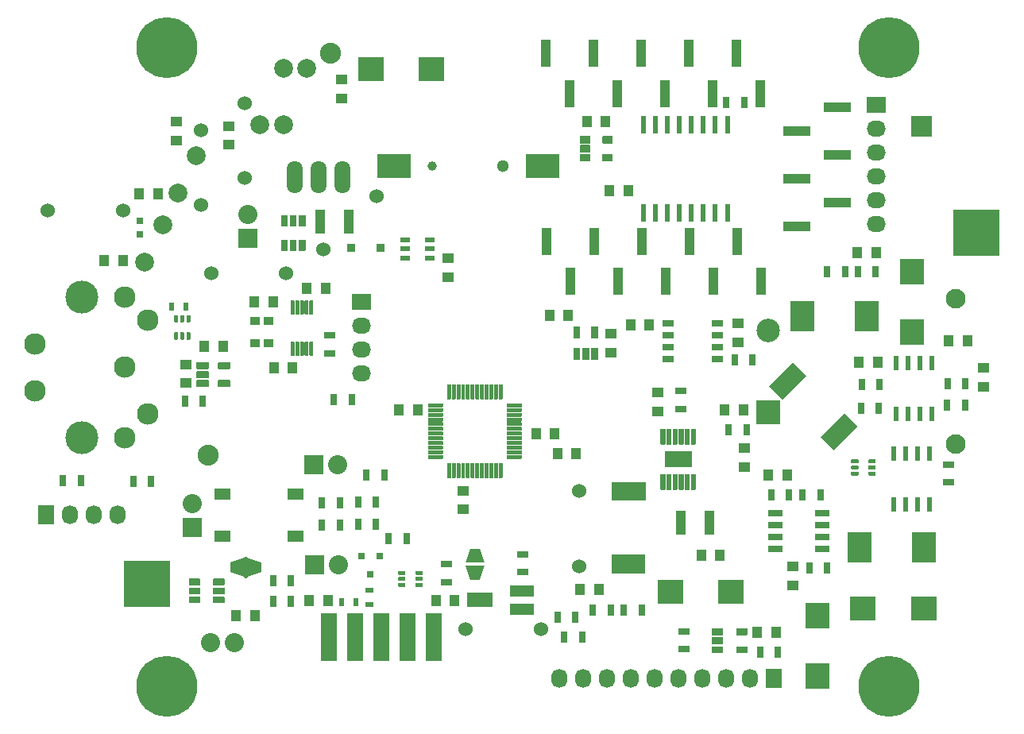
<source format=gts>
G04 #@! TF.GenerationSoftware,KiCad,Pcbnew,(5.1.9-0-10_14)*
G04 #@! TF.CreationDate,2022-03-28T09:33:05-04:00*
G04 #@! TF.ProjectId,FlexFox80,466c6578-466f-4783-9830-2e6b69636164,1.10*
G04 #@! TF.SameCoordinates,Original*
G04 #@! TF.FileFunction,Soldermask,Top*
G04 #@! TF.FilePolarity,Negative*
%FSLAX46Y46*%
G04 Gerber Fmt 4.6, Leading zero omitted, Abs format (unit mm)*
G04 Created by KiCad (PCBNEW (5.1.9-0-10_14)) date 2022-03-28 09:33:05*
%MOMM*%
%LPD*%
G01*
G04 APERTURE LIST*
%ADD10R,0.700000X1.300000*%
%ADD11C,6.500000*%
%ADD12C,0.400000*%
%ADD13C,1.200000*%
%ADD14R,2.845000X1.651000*%
%ADD15R,5.000000X5.000000*%
%ADD16R,0.530000X1.980000*%
%ADD17R,1.505000X0.802000*%
%ADD18R,2.500000X3.300000*%
%ADD19R,1.100000X0.900000*%
%ADD20R,0.900000X0.950000*%
%ADD21C,1.300000*%
%ADD22C,1.000000*%
%ADD23R,3.540000X2.600000*%
%ADD24R,3.660000X2.600000*%
%ADD25R,0.600000X1.550000*%
%ADD26R,1.000000X3.000000*%
%ADD27R,3.000000X1.000000*%
%ADD28C,2.500000*%
%ADD29R,2.500000X2.500000*%
%ADD30C,2.100000*%
%ADD31C,0.100000*%
%ADD32R,3.599180X1.998980*%
%ADD33R,0.750000X0.800000*%
%ADD34C,2.000000*%
%ADD35R,2.700000X1.600000*%
%ADD36R,2.500000X1.200000*%
%ADD37C,1.524000*%
%ADD38C,0.600000*%
%ADD39C,2.235200*%
%ADD40O,1.699260X3.500120*%
%ADD41R,2.235200X2.235200*%
%ADD42R,1.000000X2.500000*%
%ADD43R,2.770000X2.550000*%
%ADD44R,1.250000X1.000000*%
%ADD45R,1.000000X1.250000*%
%ADD46R,2.550000X2.770000*%
%ADD47R,0.500000X0.900000*%
%ADD48R,0.900000X0.500000*%
%ADD49C,2.300000*%
%ADD50C,3.500000*%
%ADD51R,1.778000X5.080000*%
%ADD52R,0.800100X0.800100*%
%ADD53R,1.300000X0.700000*%
%ADD54R,1.750000X1.300000*%
%ADD55R,2.032000X1.727200*%
%ADD56O,2.032000X1.727200*%
%ADD57R,2.032000X2.032000*%
%ADD58O,2.032000X2.032000*%
%ADD59R,1.727200X2.032000*%
%ADD60O,1.727200X2.032000*%
%ADD61R,1.200000X0.760000*%
%ADD62R,1.100000X0.600000*%
%ADD63C,2.032000*%
%ADD64C,0.254000*%
G04 APERTURE END LIST*
D10*
X51750000Y-86830000D03*
X49850000Y-86830000D03*
X51750000Y-84480000D03*
X49850000Y-84480000D03*
G36*
G01*
X58031180Y-91719620D02*
X58691180Y-91719620D01*
G75*
G02*
X58751180Y-91779620I0J-60000D01*
G01*
X58751180Y-92079620D01*
G75*
G02*
X58691180Y-92139620I-60000J0D01*
G01*
X58031180Y-92139620D01*
G75*
G02*
X57971180Y-92079620I0J60000D01*
G01*
X57971180Y-91779620D01*
G75*
G02*
X58031180Y-91719620I60000J0D01*
G01*
G37*
G36*
G01*
X58031180Y-92370000D02*
X58691180Y-92370000D01*
G75*
G02*
X58751180Y-92430000I0J-60000D01*
G01*
X58751180Y-92730000D01*
G75*
G02*
X58691180Y-92790000I-60000J0D01*
G01*
X58031180Y-92790000D01*
G75*
G02*
X57971180Y-92730000I0J60000D01*
G01*
X57971180Y-92430000D01*
G75*
G02*
X58031180Y-92370000I60000J0D01*
G01*
G37*
G36*
G01*
X58031180Y-93020380D02*
X58691180Y-93020380D01*
G75*
G02*
X58751180Y-93080380I0J-60000D01*
G01*
X58751180Y-93380380D01*
G75*
G02*
X58691180Y-93440380I-60000J0D01*
G01*
X58031180Y-93440380D01*
G75*
G02*
X57971180Y-93380380I0J60000D01*
G01*
X57971180Y-93080380D01*
G75*
G02*
X58031180Y-93020380I60000J0D01*
G01*
G37*
G36*
G01*
X59868820Y-93020380D02*
X60528820Y-93020380D01*
G75*
G02*
X60588820Y-93080380I0J-60000D01*
G01*
X60588820Y-93380380D01*
G75*
G02*
X60528820Y-93440380I-60000J0D01*
G01*
X59868820Y-93440380D01*
G75*
G02*
X59808820Y-93380380I0J60000D01*
G01*
X59808820Y-93080380D01*
G75*
G02*
X59868820Y-93020380I60000J0D01*
G01*
G37*
G36*
G01*
X59868820Y-92370000D02*
X60528820Y-92370000D01*
G75*
G02*
X60588820Y-92430000I0J-60000D01*
G01*
X60588820Y-92730000D01*
G75*
G02*
X60528820Y-92790000I-60000J0D01*
G01*
X59868820Y-92790000D01*
G75*
G02*
X59808820Y-92730000I0J60000D01*
G01*
X59808820Y-92430000D01*
G75*
G02*
X59868820Y-92370000I60000J0D01*
G01*
G37*
G36*
G01*
X59868820Y-91719620D02*
X60528820Y-91719620D01*
G75*
G02*
X60588820Y-91779620I0J-60000D01*
G01*
X60588820Y-92079620D01*
G75*
G02*
X60528820Y-92139620I-60000J0D01*
G01*
X59868820Y-92139620D01*
G75*
G02*
X59808820Y-92079620I0J60000D01*
G01*
X59808820Y-91779620D01*
G75*
G02*
X59868820Y-91719620I60000J0D01*
G01*
G37*
G36*
G01*
X34089620Y-67018820D02*
X34089620Y-66358820D01*
G75*
G02*
X34149620Y-66298820I60000J0D01*
G01*
X34449620Y-66298820D01*
G75*
G02*
X34509620Y-66358820I0J-60000D01*
G01*
X34509620Y-67018820D01*
G75*
G02*
X34449620Y-67078820I-60000J0D01*
G01*
X34149620Y-67078820D01*
G75*
G02*
X34089620Y-67018820I0J60000D01*
G01*
G37*
G36*
G01*
X34740000Y-67018820D02*
X34740000Y-66358820D01*
G75*
G02*
X34800000Y-66298820I60000J0D01*
G01*
X35100000Y-66298820D01*
G75*
G02*
X35160000Y-66358820I0J-60000D01*
G01*
X35160000Y-67018820D01*
G75*
G02*
X35100000Y-67078820I-60000J0D01*
G01*
X34800000Y-67078820D01*
G75*
G02*
X34740000Y-67018820I0J60000D01*
G01*
G37*
G36*
G01*
X35390380Y-67018820D02*
X35390380Y-66358820D01*
G75*
G02*
X35450380Y-66298820I60000J0D01*
G01*
X35750380Y-66298820D01*
G75*
G02*
X35810380Y-66358820I0J-60000D01*
G01*
X35810380Y-67018820D01*
G75*
G02*
X35750380Y-67078820I-60000J0D01*
G01*
X35450380Y-67078820D01*
G75*
G02*
X35390380Y-67018820I0J60000D01*
G01*
G37*
G36*
G01*
X35390380Y-65181180D02*
X35390380Y-64521180D01*
G75*
G02*
X35450380Y-64461180I60000J0D01*
G01*
X35750380Y-64461180D01*
G75*
G02*
X35810380Y-64521180I0J-60000D01*
G01*
X35810380Y-65181180D01*
G75*
G02*
X35750380Y-65241180I-60000J0D01*
G01*
X35450380Y-65241180D01*
G75*
G02*
X35390380Y-65181180I0J60000D01*
G01*
G37*
G36*
G01*
X34740000Y-65181180D02*
X34740000Y-64521180D01*
G75*
G02*
X34800000Y-64461180I60000J0D01*
G01*
X35100000Y-64461180D01*
G75*
G02*
X35160000Y-64521180I0J-60000D01*
G01*
X35160000Y-65181180D01*
G75*
G02*
X35100000Y-65241180I-60000J0D01*
G01*
X34800000Y-65241180D01*
G75*
G02*
X34740000Y-65181180I0J60000D01*
G01*
G37*
G36*
G01*
X34089620Y-65181180D02*
X34089620Y-64521180D01*
G75*
G02*
X34149620Y-64461180I60000J0D01*
G01*
X34449620Y-64461180D01*
G75*
G02*
X34509620Y-64521180I0J-60000D01*
G01*
X34509620Y-65181180D01*
G75*
G02*
X34449620Y-65241180I-60000J0D01*
G01*
X34149620Y-65241180D01*
G75*
G02*
X34089620Y-65181180I0J60000D01*
G01*
G37*
D11*
X110300000Y-104000000D03*
X33300000Y-104000000D03*
X33300000Y-36000000D03*
X110300000Y-36000000D03*
D12*
X87110000Y-79270000D03*
X87130000Y-80370000D03*
X86640000Y-79830000D03*
X88950000Y-79830000D03*
X88960000Y-80370000D03*
X88480000Y-80380000D03*
X88950000Y-79270000D03*
D13*
X87800000Y-79820000D03*
D12*
X88470000Y-79280000D03*
X86640000Y-79270000D03*
X86640000Y-80390000D03*
D14*
X87800000Y-79830000D03*
G36*
G01*
X88395000Y-81448000D02*
X88395000Y-83037000D01*
G75*
G02*
X88335000Y-83097000I-60000J0D01*
G01*
X87915000Y-83097000D01*
G75*
G02*
X87855000Y-83037000I0J60000D01*
G01*
X87855000Y-81448000D01*
G75*
G02*
X87915000Y-81388000I60000J0D01*
G01*
X88335000Y-81388000D01*
G75*
G02*
X88395000Y-81448000I0J-60000D01*
G01*
G37*
G36*
G01*
X87745000Y-81448000D02*
X87745000Y-83037000D01*
G75*
G02*
X87685000Y-83097000I-60000J0D01*
G01*
X87265000Y-83097000D01*
G75*
G02*
X87205000Y-83037000I0J60000D01*
G01*
X87205000Y-81448000D01*
G75*
G02*
X87265000Y-81388000I60000J0D01*
G01*
X87685000Y-81388000D01*
G75*
G02*
X87745000Y-81448000I0J-60000D01*
G01*
G37*
G36*
G01*
X87095000Y-81448000D02*
X87095000Y-83037000D01*
G75*
G02*
X87035000Y-83097000I-60000J0D01*
G01*
X86615000Y-83097000D01*
G75*
G02*
X86555000Y-83037000I0J60000D01*
G01*
X86555000Y-81448000D01*
G75*
G02*
X86615000Y-81388000I60000J0D01*
G01*
X87035000Y-81388000D01*
G75*
G02*
X87095000Y-81448000I0J-60000D01*
G01*
G37*
G36*
G01*
X86445000Y-81448000D02*
X86445000Y-83037000D01*
G75*
G02*
X86385000Y-83097000I-60000J0D01*
G01*
X85965000Y-83097000D01*
G75*
G02*
X85905000Y-83037000I0J60000D01*
G01*
X85905000Y-81448000D01*
G75*
G02*
X85965000Y-81388000I60000J0D01*
G01*
X86385000Y-81388000D01*
G75*
G02*
X86445000Y-81448000I0J-60000D01*
G01*
G37*
G36*
G01*
X87745000Y-76623000D02*
X87745000Y-78212000D01*
G75*
G02*
X87685000Y-78272000I-60000J0D01*
G01*
X87265000Y-78272000D01*
G75*
G02*
X87205000Y-78212000I0J60000D01*
G01*
X87205000Y-76623000D01*
G75*
G02*
X87265000Y-76563000I60000J0D01*
G01*
X87685000Y-76563000D01*
G75*
G02*
X87745000Y-76623000I0J-60000D01*
G01*
G37*
G36*
G01*
X88395000Y-76623000D02*
X88395000Y-78212000D01*
G75*
G02*
X88335000Y-78272000I-60000J0D01*
G01*
X87915000Y-78272000D01*
G75*
G02*
X87855000Y-78212000I0J60000D01*
G01*
X87855000Y-76623000D01*
G75*
G02*
X87915000Y-76563000I60000J0D01*
G01*
X88335000Y-76563000D01*
G75*
G02*
X88395000Y-76623000I0J-60000D01*
G01*
G37*
G36*
G01*
X89045000Y-76623000D02*
X89045000Y-78212000D01*
G75*
G02*
X88985000Y-78272000I-60000J0D01*
G01*
X88565000Y-78272000D01*
G75*
G02*
X88505000Y-78212000I0J60000D01*
G01*
X88505000Y-76623000D01*
G75*
G02*
X88565000Y-76563000I60000J0D01*
G01*
X88985000Y-76563000D01*
G75*
G02*
X89045000Y-76623000I0J-60000D01*
G01*
G37*
G36*
G01*
X89695000Y-76623000D02*
X89695000Y-78212000D01*
G75*
G02*
X89635000Y-78272000I-60000J0D01*
G01*
X89215000Y-78272000D01*
G75*
G02*
X89155000Y-78212000I0J60000D01*
G01*
X89155000Y-76623000D01*
G75*
G02*
X89215000Y-76563000I60000J0D01*
G01*
X89635000Y-76563000D01*
G75*
G02*
X89695000Y-76623000I0J-60000D01*
G01*
G37*
G36*
G01*
X89045000Y-81448000D02*
X89045000Y-83037000D01*
G75*
G02*
X88985000Y-83097000I-60000J0D01*
G01*
X88565000Y-83097000D01*
G75*
G02*
X88505000Y-83037000I0J60000D01*
G01*
X88505000Y-81448000D01*
G75*
G02*
X88565000Y-81388000I60000J0D01*
G01*
X88985000Y-81388000D01*
G75*
G02*
X89045000Y-81448000I0J-60000D01*
G01*
G37*
G36*
G01*
X89695000Y-81448000D02*
X89695000Y-83037000D01*
G75*
G02*
X89635000Y-83097000I-60000J0D01*
G01*
X89215000Y-83097000D01*
G75*
G02*
X89155000Y-83037000I0J60000D01*
G01*
X89155000Y-81448000D01*
G75*
G02*
X89215000Y-81388000I60000J0D01*
G01*
X89635000Y-81388000D01*
G75*
G02*
X89695000Y-81448000I0J-60000D01*
G01*
G37*
G36*
G01*
X87095000Y-76623000D02*
X87095000Y-78212000D01*
G75*
G02*
X87035000Y-78272000I-60000J0D01*
G01*
X86615000Y-78272000D01*
G75*
G02*
X86555000Y-78212000I0J60000D01*
G01*
X86555000Y-76623000D01*
G75*
G02*
X86615000Y-76563000I60000J0D01*
G01*
X87035000Y-76563000D01*
G75*
G02*
X87095000Y-76623000I0J-60000D01*
G01*
G37*
G36*
G01*
X86445000Y-76623000D02*
X86445000Y-78212000D01*
G75*
G02*
X86385000Y-78272000I-60000J0D01*
G01*
X85965000Y-78272000D01*
G75*
G02*
X85905000Y-78212000I0J60000D01*
G01*
X85905000Y-76623000D01*
G75*
G02*
X85965000Y-76563000I60000J0D01*
G01*
X86385000Y-76563000D01*
G75*
G02*
X86445000Y-76623000I0J-60000D01*
G01*
G37*
D15*
X119590000Y-55690000D03*
G36*
G01*
X91380000Y-98520000D02*
X91380000Y-97920000D01*
G75*
G02*
X91440000Y-97860000I60000J0D01*
G01*
X92540000Y-97860000D01*
G75*
G02*
X92600000Y-97920000I0J-60000D01*
G01*
X92600000Y-98520000D01*
G75*
G02*
X92540000Y-98580000I-60000J0D01*
G01*
X91440000Y-98580000D01*
G75*
G02*
X91380000Y-98520000I0J60000D01*
G01*
G37*
G36*
G01*
X91380000Y-99470000D02*
X91380000Y-98870000D01*
G75*
G02*
X91440000Y-98810000I60000J0D01*
G01*
X92540000Y-98810000D01*
G75*
G02*
X92600000Y-98870000I0J-60000D01*
G01*
X92600000Y-99470000D01*
G75*
G02*
X92540000Y-99530000I-60000J0D01*
G01*
X91440000Y-99530000D01*
G75*
G02*
X91380000Y-99470000I0J60000D01*
G01*
G37*
G36*
G01*
X91380000Y-100420000D02*
X91380000Y-99820000D01*
G75*
G02*
X91440000Y-99760000I60000J0D01*
G01*
X92540000Y-99760000D01*
G75*
G02*
X92600000Y-99820000I0J-60000D01*
G01*
X92600000Y-100420000D01*
G75*
G02*
X92540000Y-100480000I-60000J0D01*
G01*
X91440000Y-100480000D01*
G75*
G02*
X91380000Y-100420000I0J60000D01*
G01*
G37*
G36*
G01*
X93980000Y-100420000D02*
X93980000Y-99820000D01*
G75*
G02*
X94040000Y-99760000I60000J0D01*
G01*
X95140000Y-99760000D01*
G75*
G02*
X95200000Y-99820000I0J-60000D01*
G01*
X95200000Y-100420000D01*
G75*
G02*
X95140000Y-100480000I-60000J0D01*
G01*
X94040000Y-100480000D01*
G75*
G02*
X93980000Y-100420000I0J60000D01*
G01*
G37*
G36*
G01*
X93980000Y-98520000D02*
X93980000Y-97920000D01*
G75*
G02*
X94040000Y-97860000I60000J0D01*
G01*
X95140000Y-97860000D01*
G75*
G02*
X95200000Y-97920000I0J-60000D01*
G01*
X95200000Y-98520000D01*
G75*
G02*
X95140000Y-98580000I-60000J0D01*
G01*
X94040000Y-98580000D01*
G75*
G02*
X93980000Y-98520000I0J60000D01*
G01*
G37*
D16*
X84095000Y-53545000D03*
X85415000Y-53545000D03*
X86685000Y-53545000D03*
X87955000Y-53545000D03*
X89225000Y-53545000D03*
X90495000Y-53545000D03*
X91765000Y-53545000D03*
X93085000Y-53545000D03*
X93085000Y-44175000D03*
X91765000Y-44175000D03*
X90495000Y-44175000D03*
X89225000Y-44175000D03*
X87955000Y-44175000D03*
X86685000Y-44175000D03*
X85415000Y-44175000D03*
X84095000Y-44175000D03*
D17*
X98192000Y-89375000D03*
X98192000Y-88105000D03*
X98192000Y-86835000D03*
X98192000Y-85565000D03*
X103188000Y-85565000D03*
X103188000Y-86835000D03*
X103188000Y-88105000D03*
X103188000Y-89375000D03*
G36*
G01*
X108800000Y-81570000D02*
X108140000Y-81570000D01*
G75*
G02*
X108080000Y-81510000I0J60000D01*
G01*
X108080000Y-81210000D01*
G75*
G02*
X108140000Y-81150000I60000J0D01*
G01*
X108800000Y-81150000D01*
G75*
G02*
X108860000Y-81210000I0J-60000D01*
G01*
X108860000Y-81510000D01*
G75*
G02*
X108800000Y-81570000I-60000J0D01*
G01*
G37*
G36*
G01*
X108800000Y-80920000D02*
X108140000Y-80920000D01*
G75*
G02*
X108080000Y-80860000I0J60000D01*
G01*
X108080000Y-80560000D01*
G75*
G02*
X108140000Y-80500000I60000J0D01*
G01*
X108800000Y-80500000D01*
G75*
G02*
X108860000Y-80560000I0J-60000D01*
G01*
X108860000Y-80860000D01*
G75*
G02*
X108800000Y-80920000I-60000J0D01*
G01*
G37*
G36*
G01*
X108800000Y-80270000D02*
X108140000Y-80270000D01*
G75*
G02*
X108080000Y-80210000I0J60000D01*
G01*
X108080000Y-79910000D01*
G75*
G02*
X108140000Y-79850000I60000J0D01*
G01*
X108800000Y-79850000D01*
G75*
G02*
X108860000Y-79910000I0J-60000D01*
G01*
X108860000Y-80210000D01*
G75*
G02*
X108800000Y-80270000I-60000J0D01*
G01*
G37*
G36*
G01*
X106960000Y-80270000D02*
X106300000Y-80270000D01*
G75*
G02*
X106240000Y-80210000I0J60000D01*
G01*
X106240000Y-79910000D01*
G75*
G02*
X106300000Y-79850000I60000J0D01*
G01*
X106960000Y-79850000D01*
G75*
G02*
X107020000Y-79910000I0J-60000D01*
G01*
X107020000Y-80210000D01*
G75*
G02*
X106960000Y-80270000I-60000J0D01*
G01*
G37*
G36*
G01*
X106960000Y-80920000D02*
X106300000Y-80920000D01*
G75*
G02*
X106240000Y-80860000I0J60000D01*
G01*
X106240000Y-80560000D01*
G75*
G02*
X106300000Y-80500000I60000J0D01*
G01*
X106960000Y-80500000D01*
G75*
G02*
X107020000Y-80560000I0J-60000D01*
G01*
X107020000Y-80860000D01*
G75*
G02*
X106960000Y-80920000I-60000J0D01*
G01*
G37*
G36*
G01*
X106960000Y-81570000D02*
X106300000Y-81570000D01*
G75*
G02*
X106240000Y-81510000I0J60000D01*
G01*
X106240000Y-81210000D01*
G75*
G02*
X106300000Y-81150000I60000J0D01*
G01*
X106960000Y-81150000D01*
G75*
G02*
X107020000Y-81210000I0J-60000D01*
G01*
X107020000Y-81510000D01*
G75*
G02*
X106960000Y-81570000I-60000J0D01*
G01*
G37*
D18*
X107100000Y-89240000D03*
X114000000Y-89240000D03*
X101040000Y-64580000D03*
X107940000Y-64580000D03*
G36*
G01*
X77330000Y-46140000D02*
X77330000Y-45440000D01*
G75*
G02*
X77390000Y-45380000I60000J0D01*
G01*
X78390000Y-45380000D01*
G75*
G02*
X78450000Y-45440000I0J-60000D01*
G01*
X78450000Y-46140000D01*
G75*
G02*
X78390000Y-46200000I-60000J0D01*
G01*
X77390000Y-46200000D01*
G75*
G02*
X77330000Y-46140000I0J60000D01*
G01*
G37*
G36*
G01*
X77330000Y-47090000D02*
X77330000Y-46390000D01*
G75*
G02*
X77390000Y-46330000I60000J0D01*
G01*
X78390000Y-46330000D01*
G75*
G02*
X78450000Y-46390000I0J-60000D01*
G01*
X78450000Y-47090000D01*
G75*
G02*
X78390000Y-47150000I-60000J0D01*
G01*
X77390000Y-47150000D01*
G75*
G02*
X77330000Y-47090000I0J60000D01*
G01*
G37*
G36*
G01*
X77330000Y-48040000D02*
X77330000Y-47340000D01*
G75*
G02*
X77390000Y-47280000I60000J0D01*
G01*
X78390000Y-47280000D01*
G75*
G02*
X78450000Y-47340000I0J-60000D01*
G01*
X78450000Y-48040000D01*
G75*
G02*
X78390000Y-48100000I-60000J0D01*
G01*
X77390000Y-48100000D01*
G75*
G02*
X77330000Y-48040000I0J60000D01*
G01*
G37*
G36*
G01*
X79730000Y-48040000D02*
X79730000Y-47340000D01*
G75*
G02*
X79790000Y-47280000I60000J0D01*
G01*
X80790000Y-47280000D01*
G75*
G02*
X80850000Y-47340000I0J-60000D01*
G01*
X80850000Y-48040000D01*
G75*
G02*
X80790000Y-48100000I-60000J0D01*
G01*
X79790000Y-48100000D01*
G75*
G02*
X79730000Y-48040000I0J60000D01*
G01*
G37*
G36*
G01*
X79730000Y-46140000D02*
X79730000Y-45440000D01*
G75*
G02*
X79790000Y-45380000I60000J0D01*
G01*
X80790000Y-45380000D01*
G75*
G02*
X80850000Y-45440000I0J-60000D01*
G01*
X80850000Y-46140000D01*
G75*
G02*
X80790000Y-46200000I-60000J0D01*
G01*
X79790000Y-46200000D01*
G75*
G02*
X79730000Y-46140000I0J60000D01*
G01*
G37*
D19*
X42690000Y-65090000D03*
X42690000Y-67490000D03*
X44190000Y-67490000D03*
X44190000Y-65090000D03*
G36*
G01*
X38750000Y-70160000D02*
X38750000Y-69560000D01*
G75*
G02*
X38820000Y-69490000I70000J0D01*
G01*
X40020000Y-69490000D01*
G75*
G02*
X40090000Y-69560000I0J-70000D01*
G01*
X40090000Y-70160000D01*
G75*
G02*
X40020000Y-70230000I-70000J0D01*
G01*
X38820000Y-70230000D01*
G75*
G02*
X38750000Y-70160000I0J70000D01*
G01*
G37*
G36*
G01*
X38750000Y-72060000D02*
X38750000Y-71460000D01*
G75*
G02*
X38820000Y-71390000I70000J0D01*
G01*
X40020000Y-71390000D01*
G75*
G02*
X40090000Y-71460000I0J-70000D01*
G01*
X40090000Y-72060000D01*
G75*
G02*
X40020000Y-72130000I-70000J0D01*
G01*
X38820000Y-72130000D01*
G75*
G02*
X38750000Y-72060000I0J70000D01*
G01*
G37*
G36*
G01*
X36450000Y-72060000D02*
X36450000Y-71460000D01*
G75*
G02*
X36520000Y-71390000I70000J0D01*
G01*
X37720000Y-71390000D01*
G75*
G02*
X37790000Y-71460000I0J-70000D01*
G01*
X37790000Y-72060000D01*
G75*
G02*
X37720000Y-72130000I-70000J0D01*
G01*
X36520000Y-72130000D01*
G75*
G02*
X36450000Y-72060000I0J70000D01*
G01*
G37*
G36*
G01*
X36450000Y-71110000D02*
X36450000Y-70510000D01*
G75*
G02*
X36520000Y-70440000I70000J0D01*
G01*
X37720000Y-70440000D01*
G75*
G02*
X37790000Y-70510000I0J-70000D01*
G01*
X37790000Y-71110000D01*
G75*
G02*
X37720000Y-71180000I-70000J0D01*
G01*
X36520000Y-71180000D01*
G75*
G02*
X36450000Y-71110000I0J70000D01*
G01*
G37*
G36*
G01*
X36450000Y-70160000D02*
X36450000Y-69560000D01*
G75*
G02*
X36520000Y-69490000I70000J0D01*
G01*
X37720000Y-69490000D01*
G75*
G02*
X37790000Y-69560000I0J-70000D01*
G01*
X37790000Y-70160000D01*
G75*
G02*
X37720000Y-70230000I-70000J0D01*
G01*
X36520000Y-70230000D01*
G75*
G02*
X36450000Y-70160000I0J70000D01*
G01*
G37*
G36*
G01*
X77310000Y-69260000D02*
X76710000Y-69260000D01*
G75*
G02*
X76650000Y-69200000I0J60000D01*
G01*
X76650000Y-68000000D01*
G75*
G02*
X76710000Y-67940000I60000J0D01*
G01*
X77310000Y-67940000D01*
G75*
G02*
X77370000Y-68000000I0J-60000D01*
G01*
X77370000Y-69200000D01*
G75*
G02*
X77310000Y-69260000I-60000J0D01*
G01*
G37*
G36*
G01*
X78260000Y-69260000D02*
X77660000Y-69260000D01*
G75*
G02*
X77600000Y-69200000I0J60000D01*
G01*
X77600000Y-68000000D01*
G75*
G02*
X77660000Y-67940000I60000J0D01*
G01*
X78260000Y-67940000D01*
G75*
G02*
X78320000Y-68000000I0J-60000D01*
G01*
X78320000Y-69200000D01*
G75*
G02*
X78260000Y-69260000I-60000J0D01*
G01*
G37*
G36*
G01*
X79210000Y-69260000D02*
X78610000Y-69260000D01*
G75*
G02*
X78550000Y-69200000I0J60000D01*
G01*
X78550000Y-68000000D01*
G75*
G02*
X78610000Y-67940000I60000J0D01*
G01*
X79210000Y-67940000D01*
G75*
G02*
X79270000Y-68000000I0J-60000D01*
G01*
X79270000Y-69200000D01*
G75*
G02*
X79210000Y-69260000I-60000J0D01*
G01*
G37*
G36*
G01*
X79210000Y-66960000D02*
X78610000Y-66960000D01*
G75*
G02*
X78550000Y-66900000I0J60000D01*
G01*
X78550000Y-65700000D01*
G75*
G02*
X78610000Y-65640000I60000J0D01*
G01*
X79210000Y-65640000D01*
G75*
G02*
X79270000Y-65700000I0J-60000D01*
G01*
X79270000Y-66900000D01*
G75*
G02*
X79210000Y-66960000I-60000J0D01*
G01*
G37*
G36*
G01*
X77310000Y-66960000D02*
X76710000Y-66960000D01*
G75*
G02*
X76650000Y-66900000I0J60000D01*
G01*
X76650000Y-65700000D01*
G75*
G02*
X76710000Y-65640000I60000J0D01*
G01*
X77310000Y-65640000D01*
G75*
G02*
X77370000Y-65700000I0J-60000D01*
G01*
X77370000Y-66900000D01*
G75*
G02*
X77310000Y-66960000I-60000J0D01*
G01*
G37*
D20*
X52945000Y-57290000D03*
X56095000Y-57290000D03*
D21*
X69120000Y-48600000D03*
D22*
X61620000Y-48600000D03*
D23*
X73350000Y-48600000D03*
D24*
X57550000Y-48600000D03*
D25*
X111005000Y-69600000D03*
X112275000Y-69600000D03*
X113545000Y-69600000D03*
X114815000Y-69600000D03*
X114815000Y-75000000D03*
X113545000Y-75000000D03*
X112275000Y-75000000D03*
X111005000Y-75000000D03*
D26*
X73750000Y-56590000D03*
X76290000Y-60890000D03*
X78830000Y-56590000D03*
X81370000Y-60890000D03*
X83910000Y-56590000D03*
X86450000Y-60890000D03*
X88990000Y-56590000D03*
X91530000Y-60890000D03*
X94070000Y-56590000D03*
X96610000Y-60890000D03*
X73724600Y-36595100D03*
X76264600Y-40895100D03*
X78804600Y-36595100D03*
X81344600Y-40895100D03*
X83884600Y-36595100D03*
X86424600Y-40895100D03*
X88964600Y-36595100D03*
X91504600Y-40895100D03*
X94044600Y-36595100D03*
X96584600Y-40895100D03*
D27*
X100444850Y-55032850D03*
X104744850Y-52492850D03*
X100444850Y-49952850D03*
X104744850Y-47412850D03*
X100444850Y-44872850D03*
X104744850Y-42332850D03*
D28*
X97390000Y-66085000D03*
D29*
X97390000Y-74845000D03*
D30*
X117390000Y-62715000D03*
X117390000Y-78215000D03*
D31*
G36*
X97490752Y-72025756D02*
G01*
X100035756Y-69480752D01*
X101449248Y-70894244D01*
X98904244Y-73439248D01*
X97490752Y-72025756D01*
G37*
G36*
X102950752Y-77485756D02*
G01*
X105495756Y-74940752D01*
X106909248Y-76354244D01*
X104364244Y-78899248D01*
X102950752Y-77485756D01*
G37*
D32*
X82530000Y-90960803D03*
D31*
G36*
X84329590Y-84238687D02*
G01*
X80730410Y-84238687D01*
X80730410Y-82239707D01*
X84329590Y-82239707D01*
X84329590Y-84238687D01*
G37*
D33*
X30460000Y-54380000D03*
X30460000Y-55880000D03*
G36*
G01*
X69530000Y-74240000D02*
X69530000Y-73940000D01*
G75*
G02*
X69590000Y-73880000I60000J0D01*
G01*
X71090000Y-73880000D01*
G75*
G02*
X71150000Y-73940000I0J-60000D01*
G01*
X71150000Y-74240000D01*
G75*
G02*
X71090000Y-74300000I-60000J0D01*
G01*
X69590000Y-74300000D01*
G75*
G02*
X69530000Y-74240000I0J60000D01*
G01*
G37*
G36*
G01*
X69530000Y-74740000D02*
X69530000Y-74440000D01*
G75*
G02*
X69590000Y-74380000I60000J0D01*
G01*
X71090000Y-74380000D01*
G75*
G02*
X71150000Y-74440000I0J-60000D01*
G01*
X71150000Y-74740000D01*
G75*
G02*
X71090000Y-74800000I-60000J0D01*
G01*
X69590000Y-74800000D01*
G75*
G02*
X69530000Y-74740000I0J60000D01*
G01*
G37*
G36*
G01*
X69530000Y-75240000D02*
X69530000Y-74940000D01*
G75*
G02*
X69590000Y-74880000I60000J0D01*
G01*
X71090000Y-74880000D01*
G75*
G02*
X71150000Y-74940000I0J-60000D01*
G01*
X71150000Y-75240000D01*
G75*
G02*
X71090000Y-75300000I-60000J0D01*
G01*
X69590000Y-75300000D01*
G75*
G02*
X69530000Y-75240000I0J60000D01*
G01*
G37*
G36*
G01*
X69530000Y-75740000D02*
X69530000Y-75440000D01*
G75*
G02*
X69590000Y-75380000I60000J0D01*
G01*
X71090000Y-75380000D01*
G75*
G02*
X71150000Y-75440000I0J-60000D01*
G01*
X71150000Y-75740000D01*
G75*
G02*
X71090000Y-75800000I-60000J0D01*
G01*
X69590000Y-75800000D01*
G75*
G02*
X69530000Y-75740000I0J60000D01*
G01*
G37*
G36*
G01*
X69530000Y-76240000D02*
X69530000Y-75940000D01*
G75*
G02*
X69590000Y-75880000I60000J0D01*
G01*
X71090000Y-75880000D01*
G75*
G02*
X71150000Y-75940000I0J-60000D01*
G01*
X71150000Y-76240000D01*
G75*
G02*
X71090000Y-76300000I-60000J0D01*
G01*
X69590000Y-76300000D01*
G75*
G02*
X69530000Y-76240000I0J60000D01*
G01*
G37*
G36*
G01*
X69530000Y-76740000D02*
X69530000Y-76440000D01*
G75*
G02*
X69590000Y-76380000I60000J0D01*
G01*
X71090000Y-76380000D01*
G75*
G02*
X71150000Y-76440000I0J-60000D01*
G01*
X71150000Y-76740000D01*
G75*
G02*
X71090000Y-76800000I-60000J0D01*
G01*
X69590000Y-76800000D01*
G75*
G02*
X69530000Y-76740000I0J60000D01*
G01*
G37*
G36*
G01*
X69530000Y-77240000D02*
X69530000Y-76940000D01*
G75*
G02*
X69590000Y-76880000I60000J0D01*
G01*
X71090000Y-76880000D01*
G75*
G02*
X71150000Y-76940000I0J-60000D01*
G01*
X71150000Y-77240000D01*
G75*
G02*
X71090000Y-77300000I-60000J0D01*
G01*
X69590000Y-77300000D01*
G75*
G02*
X69530000Y-77240000I0J60000D01*
G01*
G37*
G36*
G01*
X69530000Y-77740000D02*
X69530000Y-77440000D01*
G75*
G02*
X69590000Y-77380000I60000J0D01*
G01*
X71090000Y-77380000D01*
G75*
G02*
X71150000Y-77440000I0J-60000D01*
G01*
X71150000Y-77740000D01*
G75*
G02*
X71090000Y-77800000I-60000J0D01*
G01*
X69590000Y-77800000D01*
G75*
G02*
X69530000Y-77740000I0J60000D01*
G01*
G37*
G36*
G01*
X69530000Y-78240000D02*
X69530000Y-77940000D01*
G75*
G02*
X69590000Y-77880000I60000J0D01*
G01*
X71090000Y-77880000D01*
G75*
G02*
X71150000Y-77940000I0J-60000D01*
G01*
X71150000Y-78240000D01*
G75*
G02*
X71090000Y-78300000I-60000J0D01*
G01*
X69590000Y-78300000D01*
G75*
G02*
X69530000Y-78240000I0J60000D01*
G01*
G37*
G36*
G01*
X69530000Y-78740000D02*
X69530000Y-78440000D01*
G75*
G02*
X69590000Y-78380000I60000J0D01*
G01*
X71090000Y-78380000D01*
G75*
G02*
X71150000Y-78440000I0J-60000D01*
G01*
X71150000Y-78740000D01*
G75*
G02*
X71090000Y-78800000I-60000J0D01*
G01*
X69590000Y-78800000D01*
G75*
G02*
X69530000Y-78740000I0J60000D01*
G01*
G37*
G36*
G01*
X69530000Y-79240000D02*
X69530000Y-78940000D01*
G75*
G02*
X69590000Y-78880000I60000J0D01*
G01*
X71090000Y-78880000D01*
G75*
G02*
X71150000Y-78940000I0J-60000D01*
G01*
X71150000Y-79240000D01*
G75*
G02*
X71090000Y-79300000I-60000J0D01*
G01*
X69590000Y-79300000D01*
G75*
G02*
X69530000Y-79240000I0J60000D01*
G01*
G37*
G36*
G01*
X69530000Y-79740000D02*
X69530000Y-79440000D01*
G75*
G02*
X69590000Y-79380000I60000J0D01*
G01*
X71090000Y-79380000D01*
G75*
G02*
X71150000Y-79440000I0J-60000D01*
G01*
X71150000Y-79740000D01*
G75*
G02*
X71090000Y-79800000I-60000J0D01*
G01*
X69590000Y-79800000D01*
G75*
G02*
X69530000Y-79740000I0J60000D01*
G01*
G37*
G36*
G01*
X68740000Y-80230000D02*
X69040000Y-80230000D01*
G75*
G02*
X69100000Y-80290000I0J-60000D01*
G01*
X69100000Y-81790000D01*
G75*
G02*
X69040000Y-81850000I-60000J0D01*
G01*
X68740000Y-81850000D01*
G75*
G02*
X68680000Y-81790000I0J60000D01*
G01*
X68680000Y-80290000D01*
G75*
G02*
X68740000Y-80230000I60000J0D01*
G01*
G37*
G36*
G01*
X68240000Y-80230000D02*
X68540000Y-80230000D01*
G75*
G02*
X68600000Y-80290000I0J-60000D01*
G01*
X68600000Y-81790000D01*
G75*
G02*
X68540000Y-81850000I-60000J0D01*
G01*
X68240000Y-81850000D01*
G75*
G02*
X68180000Y-81790000I0J60000D01*
G01*
X68180000Y-80290000D01*
G75*
G02*
X68240000Y-80230000I60000J0D01*
G01*
G37*
G36*
G01*
X67740000Y-80230000D02*
X68040000Y-80230000D01*
G75*
G02*
X68100000Y-80290000I0J-60000D01*
G01*
X68100000Y-81790000D01*
G75*
G02*
X68040000Y-81850000I-60000J0D01*
G01*
X67740000Y-81850000D01*
G75*
G02*
X67680000Y-81790000I0J60000D01*
G01*
X67680000Y-80290000D01*
G75*
G02*
X67740000Y-80230000I60000J0D01*
G01*
G37*
G36*
G01*
X67240000Y-80230000D02*
X67540000Y-80230000D01*
G75*
G02*
X67600000Y-80290000I0J-60000D01*
G01*
X67600000Y-81790000D01*
G75*
G02*
X67540000Y-81850000I-60000J0D01*
G01*
X67240000Y-81850000D01*
G75*
G02*
X67180000Y-81790000I0J60000D01*
G01*
X67180000Y-80290000D01*
G75*
G02*
X67240000Y-80230000I60000J0D01*
G01*
G37*
G36*
G01*
X66740000Y-80230000D02*
X67040000Y-80230000D01*
G75*
G02*
X67100000Y-80290000I0J-60000D01*
G01*
X67100000Y-81790000D01*
G75*
G02*
X67040000Y-81850000I-60000J0D01*
G01*
X66740000Y-81850000D01*
G75*
G02*
X66680000Y-81790000I0J60000D01*
G01*
X66680000Y-80290000D01*
G75*
G02*
X66740000Y-80230000I60000J0D01*
G01*
G37*
G36*
G01*
X66240000Y-80230000D02*
X66540000Y-80230000D01*
G75*
G02*
X66600000Y-80290000I0J-60000D01*
G01*
X66600000Y-81790000D01*
G75*
G02*
X66540000Y-81850000I-60000J0D01*
G01*
X66240000Y-81850000D01*
G75*
G02*
X66180000Y-81790000I0J60000D01*
G01*
X66180000Y-80290000D01*
G75*
G02*
X66240000Y-80230000I60000J0D01*
G01*
G37*
G36*
G01*
X65740000Y-80230000D02*
X66040000Y-80230000D01*
G75*
G02*
X66100000Y-80290000I0J-60000D01*
G01*
X66100000Y-81790000D01*
G75*
G02*
X66040000Y-81850000I-60000J0D01*
G01*
X65740000Y-81850000D01*
G75*
G02*
X65680000Y-81790000I0J60000D01*
G01*
X65680000Y-80290000D01*
G75*
G02*
X65740000Y-80230000I60000J0D01*
G01*
G37*
G36*
G01*
X65240000Y-80230000D02*
X65540000Y-80230000D01*
G75*
G02*
X65600000Y-80290000I0J-60000D01*
G01*
X65600000Y-81790000D01*
G75*
G02*
X65540000Y-81850000I-60000J0D01*
G01*
X65240000Y-81850000D01*
G75*
G02*
X65180000Y-81790000I0J60000D01*
G01*
X65180000Y-80290000D01*
G75*
G02*
X65240000Y-80230000I60000J0D01*
G01*
G37*
G36*
G01*
X64740000Y-80230000D02*
X65040000Y-80230000D01*
G75*
G02*
X65100000Y-80290000I0J-60000D01*
G01*
X65100000Y-81790000D01*
G75*
G02*
X65040000Y-81850000I-60000J0D01*
G01*
X64740000Y-81850000D01*
G75*
G02*
X64680000Y-81790000I0J60000D01*
G01*
X64680000Y-80290000D01*
G75*
G02*
X64740000Y-80230000I60000J0D01*
G01*
G37*
G36*
G01*
X64240000Y-80230000D02*
X64540000Y-80230000D01*
G75*
G02*
X64600000Y-80290000I0J-60000D01*
G01*
X64600000Y-81790000D01*
G75*
G02*
X64540000Y-81850000I-60000J0D01*
G01*
X64240000Y-81850000D01*
G75*
G02*
X64180000Y-81790000I0J60000D01*
G01*
X64180000Y-80290000D01*
G75*
G02*
X64240000Y-80230000I60000J0D01*
G01*
G37*
G36*
G01*
X63740000Y-80230000D02*
X64040000Y-80230000D01*
G75*
G02*
X64100000Y-80290000I0J-60000D01*
G01*
X64100000Y-81790000D01*
G75*
G02*
X64040000Y-81850000I-60000J0D01*
G01*
X63740000Y-81850000D01*
G75*
G02*
X63680000Y-81790000I0J60000D01*
G01*
X63680000Y-80290000D01*
G75*
G02*
X63740000Y-80230000I60000J0D01*
G01*
G37*
G36*
G01*
X63240000Y-80230000D02*
X63540000Y-80230000D01*
G75*
G02*
X63600000Y-80290000I0J-60000D01*
G01*
X63600000Y-81790000D01*
G75*
G02*
X63540000Y-81850000I-60000J0D01*
G01*
X63240000Y-81850000D01*
G75*
G02*
X63180000Y-81790000I0J60000D01*
G01*
X63180000Y-80290000D01*
G75*
G02*
X63240000Y-80230000I60000J0D01*
G01*
G37*
G36*
G01*
X61130000Y-79740000D02*
X61130000Y-79440000D01*
G75*
G02*
X61190000Y-79380000I60000J0D01*
G01*
X62690000Y-79380000D01*
G75*
G02*
X62750000Y-79440000I0J-60000D01*
G01*
X62750000Y-79740000D01*
G75*
G02*
X62690000Y-79800000I-60000J0D01*
G01*
X61190000Y-79800000D01*
G75*
G02*
X61130000Y-79740000I0J60000D01*
G01*
G37*
G36*
G01*
X61130000Y-79240000D02*
X61130000Y-78940000D01*
G75*
G02*
X61190000Y-78880000I60000J0D01*
G01*
X62690000Y-78880000D01*
G75*
G02*
X62750000Y-78940000I0J-60000D01*
G01*
X62750000Y-79240000D01*
G75*
G02*
X62690000Y-79300000I-60000J0D01*
G01*
X61190000Y-79300000D01*
G75*
G02*
X61130000Y-79240000I0J60000D01*
G01*
G37*
G36*
G01*
X61130000Y-78740000D02*
X61130000Y-78440000D01*
G75*
G02*
X61190000Y-78380000I60000J0D01*
G01*
X62690000Y-78380000D01*
G75*
G02*
X62750000Y-78440000I0J-60000D01*
G01*
X62750000Y-78740000D01*
G75*
G02*
X62690000Y-78800000I-60000J0D01*
G01*
X61190000Y-78800000D01*
G75*
G02*
X61130000Y-78740000I0J60000D01*
G01*
G37*
G36*
G01*
X61130000Y-78240000D02*
X61130000Y-77940000D01*
G75*
G02*
X61190000Y-77880000I60000J0D01*
G01*
X62690000Y-77880000D01*
G75*
G02*
X62750000Y-77940000I0J-60000D01*
G01*
X62750000Y-78240000D01*
G75*
G02*
X62690000Y-78300000I-60000J0D01*
G01*
X61190000Y-78300000D01*
G75*
G02*
X61130000Y-78240000I0J60000D01*
G01*
G37*
G36*
G01*
X61130000Y-77740000D02*
X61130000Y-77440000D01*
G75*
G02*
X61190000Y-77380000I60000J0D01*
G01*
X62690000Y-77380000D01*
G75*
G02*
X62750000Y-77440000I0J-60000D01*
G01*
X62750000Y-77740000D01*
G75*
G02*
X62690000Y-77800000I-60000J0D01*
G01*
X61190000Y-77800000D01*
G75*
G02*
X61130000Y-77740000I0J60000D01*
G01*
G37*
G36*
G01*
X61130000Y-77240000D02*
X61130000Y-76940000D01*
G75*
G02*
X61190000Y-76880000I60000J0D01*
G01*
X62690000Y-76880000D01*
G75*
G02*
X62750000Y-76940000I0J-60000D01*
G01*
X62750000Y-77240000D01*
G75*
G02*
X62690000Y-77300000I-60000J0D01*
G01*
X61190000Y-77300000D01*
G75*
G02*
X61130000Y-77240000I0J60000D01*
G01*
G37*
G36*
G01*
X61130000Y-76740000D02*
X61130000Y-76440000D01*
G75*
G02*
X61190000Y-76380000I60000J0D01*
G01*
X62690000Y-76380000D01*
G75*
G02*
X62750000Y-76440000I0J-60000D01*
G01*
X62750000Y-76740000D01*
G75*
G02*
X62690000Y-76800000I-60000J0D01*
G01*
X61190000Y-76800000D01*
G75*
G02*
X61130000Y-76740000I0J60000D01*
G01*
G37*
G36*
G01*
X61130000Y-76240000D02*
X61130000Y-75940000D01*
G75*
G02*
X61190000Y-75880000I60000J0D01*
G01*
X62690000Y-75880000D01*
G75*
G02*
X62750000Y-75940000I0J-60000D01*
G01*
X62750000Y-76240000D01*
G75*
G02*
X62690000Y-76300000I-60000J0D01*
G01*
X61190000Y-76300000D01*
G75*
G02*
X61130000Y-76240000I0J60000D01*
G01*
G37*
G36*
G01*
X61130000Y-75740000D02*
X61130000Y-75440000D01*
G75*
G02*
X61190000Y-75380000I60000J0D01*
G01*
X62690000Y-75380000D01*
G75*
G02*
X62750000Y-75440000I0J-60000D01*
G01*
X62750000Y-75740000D01*
G75*
G02*
X62690000Y-75800000I-60000J0D01*
G01*
X61190000Y-75800000D01*
G75*
G02*
X61130000Y-75740000I0J60000D01*
G01*
G37*
G36*
G01*
X61130000Y-75240000D02*
X61130000Y-74940000D01*
G75*
G02*
X61190000Y-74880000I60000J0D01*
G01*
X62690000Y-74880000D01*
G75*
G02*
X62750000Y-74940000I0J-60000D01*
G01*
X62750000Y-75240000D01*
G75*
G02*
X62690000Y-75300000I-60000J0D01*
G01*
X61190000Y-75300000D01*
G75*
G02*
X61130000Y-75240000I0J60000D01*
G01*
G37*
G36*
G01*
X61130000Y-74740000D02*
X61130000Y-74440000D01*
G75*
G02*
X61190000Y-74380000I60000J0D01*
G01*
X62690000Y-74380000D01*
G75*
G02*
X62750000Y-74440000I0J-60000D01*
G01*
X62750000Y-74740000D01*
G75*
G02*
X62690000Y-74800000I-60000J0D01*
G01*
X61190000Y-74800000D01*
G75*
G02*
X61130000Y-74740000I0J60000D01*
G01*
G37*
G36*
G01*
X61130000Y-74240000D02*
X61130000Y-73940000D01*
G75*
G02*
X61190000Y-73880000I60000J0D01*
G01*
X62690000Y-73880000D01*
G75*
G02*
X62750000Y-73940000I0J-60000D01*
G01*
X62750000Y-74240000D01*
G75*
G02*
X62690000Y-74300000I-60000J0D01*
G01*
X61190000Y-74300000D01*
G75*
G02*
X61130000Y-74240000I0J60000D01*
G01*
G37*
G36*
G01*
X63240000Y-71830000D02*
X63540000Y-71830000D01*
G75*
G02*
X63600000Y-71890000I0J-60000D01*
G01*
X63600000Y-73390000D01*
G75*
G02*
X63540000Y-73450000I-60000J0D01*
G01*
X63240000Y-73450000D01*
G75*
G02*
X63180000Y-73390000I0J60000D01*
G01*
X63180000Y-71890000D01*
G75*
G02*
X63240000Y-71830000I60000J0D01*
G01*
G37*
G36*
G01*
X63740000Y-71830000D02*
X64040000Y-71830000D01*
G75*
G02*
X64100000Y-71890000I0J-60000D01*
G01*
X64100000Y-73390000D01*
G75*
G02*
X64040000Y-73450000I-60000J0D01*
G01*
X63740000Y-73450000D01*
G75*
G02*
X63680000Y-73390000I0J60000D01*
G01*
X63680000Y-71890000D01*
G75*
G02*
X63740000Y-71830000I60000J0D01*
G01*
G37*
G36*
G01*
X64240000Y-71830000D02*
X64540000Y-71830000D01*
G75*
G02*
X64600000Y-71890000I0J-60000D01*
G01*
X64600000Y-73390000D01*
G75*
G02*
X64540000Y-73450000I-60000J0D01*
G01*
X64240000Y-73450000D01*
G75*
G02*
X64180000Y-73390000I0J60000D01*
G01*
X64180000Y-71890000D01*
G75*
G02*
X64240000Y-71830000I60000J0D01*
G01*
G37*
G36*
G01*
X64740000Y-71830000D02*
X65040000Y-71830000D01*
G75*
G02*
X65100000Y-71890000I0J-60000D01*
G01*
X65100000Y-73390000D01*
G75*
G02*
X65040000Y-73450000I-60000J0D01*
G01*
X64740000Y-73450000D01*
G75*
G02*
X64680000Y-73390000I0J60000D01*
G01*
X64680000Y-71890000D01*
G75*
G02*
X64740000Y-71830000I60000J0D01*
G01*
G37*
G36*
G01*
X65240000Y-71830000D02*
X65540000Y-71830000D01*
G75*
G02*
X65600000Y-71890000I0J-60000D01*
G01*
X65600000Y-73390000D01*
G75*
G02*
X65540000Y-73450000I-60000J0D01*
G01*
X65240000Y-73450000D01*
G75*
G02*
X65180000Y-73390000I0J60000D01*
G01*
X65180000Y-71890000D01*
G75*
G02*
X65240000Y-71830000I60000J0D01*
G01*
G37*
G36*
G01*
X65740000Y-71830000D02*
X66040000Y-71830000D01*
G75*
G02*
X66100000Y-71890000I0J-60000D01*
G01*
X66100000Y-73390000D01*
G75*
G02*
X66040000Y-73450000I-60000J0D01*
G01*
X65740000Y-73450000D01*
G75*
G02*
X65680000Y-73390000I0J60000D01*
G01*
X65680000Y-71890000D01*
G75*
G02*
X65740000Y-71830000I60000J0D01*
G01*
G37*
G36*
G01*
X66240000Y-71830000D02*
X66540000Y-71830000D01*
G75*
G02*
X66600000Y-71890000I0J-60000D01*
G01*
X66600000Y-73390000D01*
G75*
G02*
X66540000Y-73450000I-60000J0D01*
G01*
X66240000Y-73450000D01*
G75*
G02*
X66180000Y-73390000I0J60000D01*
G01*
X66180000Y-71890000D01*
G75*
G02*
X66240000Y-71830000I60000J0D01*
G01*
G37*
G36*
G01*
X66740000Y-71830000D02*
X67040000Y-71830000D01*
G75*
G02*
X67100000Y-71890000I0J-60000D01*
G01*
X67100000Y-73390000D01*
G75*
G02*
X67040000Y-73450000I-60000J0D01*
G01*
X66740000Y-73450000D01*
G75*
G02*
X66680000Y-73390000I0J60000D01*
G01*
X66680000Y-71890000D01*
G75*
G02*
X66740000Y-71830000I60000J0D01*
G01*
G37*
G36*
G01*
X67240000Y-71830000D02*
X67540000Y-71830000D01*
G75*
G02*
X67600000Y-71890000I0J-60000D01*
G01*
X67600000Y-73390000D01*
G75*
G02*
X67540000Y-73450000I-60000J0D01*
G01*
X67240000Y-73450000D01*
G75*
G02*
X67180000Y-73390000I0J60000D01*
G01*
X67180000Y-71890000D01*
G75*
G02*
X67240000Y-71830000I60000J0D01*
G01*
G37*
G36*
G01*
X67740000Y-71830000D02*
X68040000Y-71830000D01*
G75*
G02*
X68100000Y-71890000I0J-60000D01*
G01*
X68100000Y-73390000D01*
G75*
G02*
X68040000Y-73450000I-60000J0D01*
G01*
X67740000Y-73450000D01*
G75*
G02*
X67680000Y-73390000I0J60000D01*
G01*
X67680000Y-71890000D01*
G75*
G02*
X67740000Y-71830000I60000J0D01*
G01*
G37*
G36*
G01*
X68240000Y-71830000D02*
X68540000Y-71830000D01*
G75*
G02*
X68600000Y-71890000I0J-60000D01*
G01*
X68600000Y-73390000D01*
G75*
G02*
X68540000Y-73450000I-60000J0D01*
G01*
X68240000Y-73450000D01*
G75*
G02*
X68180000Y-73390000I0J60000D01*
G01*
X68180000Y-71890000D01*
G75*
G02*
X68240000Y-71830000I60000J0D01*
G01*
G37*
G36*
G01*
X68740000Y-71830000D02*
X69040000Y-71830000D01*
G75*
G02*
X69100000Y-71890000I0J-60000D01*
G01*
X69100000Y-73390000D01*
G75*
G02*
X69040000Y-73450000I-60000J0D01*
G01*
X68740000Y-73450000D01*
G75*
G02*
X68680000Y-73390000I0J60000D01*
G01*
X68680000Y-71890000D01*
G75*
G02*
X68740000Y-71830000I60000J0D01*
G01*
G37*
D25*
X114595000Y-84610000D03*
X113325000Y-84610000D03*
X112055000Y-84610000D03*
X110785000Y-84610000D03*
X110785000Y-79210000D03*
X112055000Y-79210000D03*
X113325000Y-79210000D03*
X114595000Y-79210000D03*
D34*
X32864900Y-54810000D03*
X30921800Y-58810000D03*
G36*
G01*
X46860000Y-68820000D02*
X46560000Y-68820000D01*
G75*
G02*
X46500000Y-68760000I0J60000D01*
G01*
X46500000Y-67360000D01*
G75*
G02*
X46560000Y-67300000I60000J0D01*
G01*
X46860000Y-67300000D01*
G75*
G02*
X46920000Y-67360000I0J-60000D01*
G01*
X46920000Y-68760000D01*
G75*
G02*
X46860000Y-68820000I-60000J0D01*
G01*
G37*
G36*
G01*
X47360000Y-68820000D02*
X47060000Y-68820000D01*
G75*
G02*
X47000000Y-68760000I0J60000D01*
G01*
X47000000Y-67360000D01*
G75*
G02*
X47060000Y-67300000I60000J0D01*
G01*
X47360000Y-67300000D01*
G75*
G02*
X47420000Y-67360000I0J-60000D01*
G01*
X47420000Y-68760000D01*
G75*
G02*
X47360000Y-68820000I-60000J0D01*
G01*
G37*
G36*
G01*
X47860000Y-68820000D02*
X47560000Y-68820000D01*
G75*
G02*
X47500000Y-68760000I0J60000D01*
G01*
X47500000Y-67360000D01*
G75*
G02*
X47560000Y-67300000I60000J0D01*
G01*
X47860000Y-67300000D01*
G75*
G02*
X47920000Y-67360000I0J-60000D01*
G01*
X47920000Y-68760000D01*
G75*
G02*
X47860000Y-68820000I-60000J0D01*
G01*
G37*
G36*
G01*
X48360000Y-68820000D02*
X48060000Y-68820000D01*
G75*
G02*
X48000000Y-68760000I0J60000D01*
G01*
X48000000Y-67360000D01*
G75*
G02*
X48060000Y-67300000I60000J0D01*
G01*
X48360000Y-67300000D01*
G75*
G02*
X48420000Y-67360000I0J-60000D01*
G01*
X48420000Y-68760000D01*
G75*
G02*
X48360000Y-68820000I-60000J0D01*
G01*
G37*
G36*
G01*
X48860000Y-68820000D02*
X48560000Y-68820000D01*
G75*
G02*
X48500000Y-68760000I0J60000D01*
G01*
X48500000Y-67360000D01*
G75*
G02*
X48560000Y-67300000I60000J0D01*
G01*
X48860000Y-67300000D01*
G75*
G02*
X48920000Y-67360000I0J-60000D01*
G01*
X48920000Y-68760000D01*
G75*
G02*
X48860000Y-68820000I-60000J0D01*
G01*
G37*
G36*
G01*
X48860000Y-64420000D02*
X48560000Y-64420000D01*
G75*
G02*
X48500000Y-64360000I0J60000D01*
G01*
X48500000Y-62960000D01*
G75*
G02*
X48560000Y-62900000I60000J0D01*
G01*
X48860000Y-62900000D01*
G75*
G02*
X48920000Y-62960000I0J-60000D01*
G01*
X48920000Y-64360000D01*
G75*
G02*
X48860000Y-64420000I-60000J0D01*
G01*
G37*
G36*
G01*
X48360000Y-64420000D02*
X48060000Y-64420000D01*
G75*
G02*
X48000000Y-64360000I0J60000D01*
G01*
X48000000Y-62960000D01*
G75*
G02*
X48060000Y-62900000I60000J0D01*
G01*
X48360000Y-62900000D01*
G75*
G02*
X48420000Y-62960000I0J-60000D01*
G01*
X48420000Y-64360000D01*
G75*
G02*
X48360000Y-64420000I-60000J0D01*
G01*
G37*
G36*
G01*
X47860000Y-64420000D02*
X47560000Y-64420000D01*
G75*
G02*
X47500000Y-64360000I0J60000D01*
G01*
X47500000Y-62960000D01*
G75*
G02*
X47560000Y-62900000I60000J0D01*
G01*
X47860000Y-62900000D01*
G75*
G02*
X47920000Y-62960000I0J-60000D01*
G01*
X47920000Y-64360000D01*
G75*
G02*
X47860000Y-64420000I-60000J0D01*
G01*
G37*
G36*
G01*
X47360000Y-64420000D02*
X47060000Y-64420000D01*
G75*
G02*
X47000000Y-64360000I0J60000D01*
G01*
X47000000Y-62960000D01*
G75*
G02*
X47060000Y-62900000I60000J0D01*
G01*
X47360000Y-62900000D01*
G75*
G02*
X47420000Y-62960000I0J-60000D01*
G01*
X47420000Y-64360000D01*
G75*
G02*
X47360000Y-64420000I-60000J0D01*
G01*
G37*
G36*
G01*
X46860000Y-64420000D02*
X46560000Y-64420000D01*
G75*
G02*
X46500000Y-64360000I0J60000D01*
G01*
X46500000Y-62960000D01*
G75*
G02*
X46560000Y-62900000I60000J0D01*
G01*
X46860000Y-62900000D01*
G75*
G02*
X46920000Y-62960000I0J-60000D01*
G01*
X46920000Y-64360000D01*
G75*
G02*
X46860000Y-64420000I-60000J0D01*
G01*
G37*
D35*
X66690000Y-94840000D03*
D36*
X71190000Y-95840000D03*
X71190000Y-93840000D03*
D15*
X31180000Y-93150000D03*
D37*
X55666854Y-51783146D03*
X50010000Y-57440000D03*
D38*
X50010000Y-57440000D03*
X55666854Y-51783146D03*
D39*
X37750000Y-79420000D03*
D40*
X49500000Y-49790000D03*
X46960000Y-49790000D03*
X52040000Y-49790000D03*
D41*
X113710000Y-44380000D03*
D39*
X50790000Y-36520000D03*
D37*
X77260000Y-91240000D03*
X77260000Y-83240000D03*
D38*
X77260000Y-83240000D03*
X77260000Y-91240000D03*
D37*
X38020000Y-60020000D03*
X46020000Y-60020000D03*
D38*
X46020000Y-60020000D03*
X38020000Y-60020000D03*
D37*
X36930000Y-52760000D03*
X36930000Y-44760000D03*
D38*
X36930000Y-44760000D03*
X36930000Y-52760000D03*
D37*
X20650000Y-53290000D03*
X28650000Y-53290000D03*
D38*
X28650000Y-53290000D03*
X20650000Y-53290000D03*
D37*
X41580000Y-41880000D03*
X41580000Y-49880000D03*
D38*
X41580000Y-49880000D03*
X41580000Y-41880000D03*
D37*
X65150000Y-97910000D03*
X73150000Y-97910000D03*
D38*
X73150000Y-97910000D03*
X65150000Y-97910000D03*
D34*
X45740000Y-44150000D03*
X45740000Y-38150000D03*
X48240000Y-38150000D03*
X43240000Y-44150000D03*
X36464900Y-47490000D03*
X34521800Y-51490000D03*
D42*
X49670000Y-54520000D03*
X52670000Y-54520000D03*
D43*
X55070000Y-38270000D03*
X61530000Y-38270000D03*
D44*
X51970000Y-41340000D03*
X51970000Y-39340000D03*
X39950000Y-46330000D03*
X39950000Y-44330000D03*
X34340000Y-43830000D03*
X34340000Y-45830000D03*
D45*
X30380000Y-51530000D03*
X32380000Y-51530000D03*
X28640000Y-58610000D03*
X26640000Y-58610000D03*
X99420000Y-81500000D03*
X97420000Y-81500000D03*
X108910000Y-57780000D03*
X106910000Y-57780000D03*
X98260000Y-98280000D03*
X96260000Y-98280000D03*
D44*
X100000000Y-91240000D03*
X100000000Y-93240000D03*
X94860000Y-80640000D03*
X94860000Y-78640000D03*
D45*
X92760000Y-74560000D03*
X94760000Y-74560000D03*
D43*
X107520000Y-95730000D03*
X113980000Y-95730000D03*
D42*
X91130000Y-86600000D03*
X88130000Y-86600000D03*
D45*
X92280000Y-90030000D03*
X90280000Y-90030000D03*
X77340000Y-93700000D03*
X79340000Y-93700000D03*
D44*
X85600000Y-74730000D03*
X85600000Y-72730000D03*
D43*
X93450000Y-93980000D03*
X86990000Y-93980000D03*
D46*
X102680000Y-96510000D03*
X102680000Y-102970000D03*
D45*
X109060000Y-69530000D03*
X107060000Y-69530000D03*
D46*
X112720000Y-59840000D03*
X112720000Y-66300000D03*
D44*
X120370000Y-70100000D03*
X120370000Y-72100000D03*
D45*
X116640000Y-67170000D03*
X118640000Y-67170000D03*
X80500000Y-51200000D03*
X82500000Y-51200000D03*
D44*
X64880000Y-85190000D03*
X64880000Y-83190000D03*
X35370000Y-69710000D03*
X35370000Y-71710000D03*
D45*
X74950000Y-79240000D03*
X76950000Y-79240000D03*
X58030000Y-74600000D03*
X60030000Y-74600000D03*
X72670000Y-77110000D03*
X74670000Y-77110000D03*
X42650000Y-63050000D03*
X44650000Y-63050000D03*
X46700000Y-70090000D03*
X44700000Y-70090000D03*
X78080000Y-43870000D03*
X80080000Y-43870000D03*
X48210000Y-61590000D03*
X50210000Y-61590000D03*
X82730000Y-65500000D03*
X84730000Y-65500000D03*
D44*
X80640000Y-68470000D03*
X80640000Y-66470000D03*
X94180000Y-65340000D03*
X94180000Y-67340000D03*
D45*
X74100000Y-64460000D03*
X76100000Y-64460000D03*
X39300000Y-67770000D03*
X37300000Y-67770000D03*
X61990000Y-94900000D03*
X63990000Y-94900000D03*
X50500000Y-94910000D03*
X48500000Y-94910000D03*
D47*
X51930000Y-95020000D03*
X53430000Y-95020000D03*
D48*
X54900000Y-93800000D03*
X54900000Y-95300000D03*
D49*
X31280000Y-65020000D03*
D50*
X24280000Y-77520000D03*
D49*
X28830000Y-62520000D03*
X28830000Y-70020000D03*
X28830000Y-77520000D03*
X31280000Y-75020000D03*
D50*
X24280000Y-62520000D03*
D49*
X19280000Y-72520000D03*
X19280000Y-67520000D03*
D51*
X53366000Y-98770000D03*
X56160000Y-98770000D03*
X58954000Y-98770000D03*
X61748000Y-98770000D03*
X50572000Y-98770000D03*
D52*
X55970000Y-90119240D03*
X54070000Y-90119240D03*
X55020000Y-92118220D03*
D10*
X97720000Y-83620000D03*
X99620000Y-83620000D03*
X102950000Y-83620000D03*
X101050000Y-83620000D03*
X76830000Y-96700000D03*
X74930000Y-96700000D03*
X75660000Y-98760000D03*
X77560000Y-98760000D03*
X103700000Y-59830000D03*
X105600000Y-59830000D03*
D53*
X88410000Y-100050000D03*
X88410000Y-98150000D03*
D10*
X93210000Y-76670000D03*
X95110000Y-76670000D03*
X103680000Y-91420000D03*
X101780000Y-91420000D03*
D53*
X88090000Y-74470000D03*
X88090000Y-72570000D03*
D10*
X80620000Y-95910000D03*
X78720000Y-95910000D03*
X82020000Y-95890000D03*
X83920000Y-95890000D03*
X108860000Y-59830000D03*
X106960000Y-59830000D03*
X107290000Y-74370000D03*
X109190000Y-74370000D03*
X118380000Y-74050000D03*
X116480000Y-74050000D03*
X116540000Y-71810000D03*
X118440000Y-71810000D03*
X107360000Y-71850000D03*
X109260000Y-71850000D03*
D53*
X116640000Y-82280000D03*
X116640000Y-80380000D03*
D10*
X55620000Y-84430000D03*
X53720000Y-84430000D03*
X53720000Y-86800000D03*
X55620000Y-86800000D03*
X37150000Y-73640000D03*
X35250000Y-73640000D03*
X56470000Y-81520000D03*
X54570000Y-81520000D03*
X31640000Y-82160000D03*
X29740000Y-82160000D03*
X22260000Y-82070000D03*
X24160000Y-82070000D03*
D53*
X71210000Y-89970000D03*
X71210000Y-91870000D03*
X63100000Y-92900000D03*
X63100000Y-91000000D03*
D10*
X95730000Y-69210000D03*
X93830000Y-69210000D03*
X56940000Y-88320000D03*
X58840000Y-88320000D03*
X46540000Y-92770000D03*
X44640000Y-92770000D03*
X44650000Y-94950000D03*
X46550000Y-94950000D03*
D31*
G36*
X67160570Y-90864570D02*
G01*
X65159430Y-90864570D01*
X65659430Y-89363430D01*
X66660570Y-89363430D01*
X67160570Y-90864570D01*
G37*
G36*
X65148000Y-91184000D02*
G01*
X67172000Y-91184000D01*
X66672000Y-92708000D01*
X65648000Y-92708000D01*
X65148000Y-91184000D01*
G37*
D54*
X47060000Y-83520000D03*
X39260000Y-83520000D03*
X39260000Y-88020000D03*
X47060000Y-88020000D03*
D55*
X54020000Y-63060000D03*
D56*
X54020000Y-65600000D03*
X54020000Y-68140000D03*
X54020000Y-70680000D03*
G36*
G01*
X47440000Y-53810000D02*
X48040000Y-53810000D01*
G75*
G02*
X48100000Y-53870000I0J-60000D01*
G01*
X48100000Y-54970000D01*
G75*
G02*
X48040000Y-55030000I-60000J0D01*
G01*
X47440000Y-55030000D01*
G75*
G02*
X47380000Y-54970000I0J60000D01*
G01*
X47380000Y-53870000D01*
G75*
G02*
X47440000Y-53810000I60000J0D01*
G01*
G37*
G36*
G01*
X46490000Y-53810000D02*
X47090000Y-53810000D01*
G75*
G02*
X47150000Y-53870000I0J-60000D01*
G01*
X47150000Y-54970000D01*
G75*
G02*
X47090000Y-55030000I-60000J0D01*
G01*
X46490000Y-55030000D01*
G75*
G02*
X46430000Y-54970000I0J60000D01*
G01*
X46430000Y-53870000D01*
G75*
G02*
X46490000Y-53810000I60000J0D01*
G01*
G37*
G36*
G01*
X45540000Y-53810000D02*
X46140000Y-53810000D01*
G75*
G02*
X46200000Y-53870000I0J-60000D01*
G01*
X46200000Y-54970000D01*
G75*
G02*
X46140000Y-55030000I-60000J0D01*
G01*
X45540000Y-55030000D01*
G75*
G02*
X45480000Y-54970000I0J60000D01*
G01*
X45480000Y-53870000D01*
G75*
G02*
X45540000Y-53810000I60000J0D01*
G01*
G37*
G36*
G01*
X45540000Y-56410000D02*
X46140000Y-56410000D01*
G75*
G02*
X46200000Y-56470000I0J-60000D01*
G01*
X46200000Y-57570000D01*
G75*
G02*
X46140000Y-57630000I-60000J0D01*
G01*
X45540000Y-57630000D01*
G75*
G02*
X45480000Y-57570000I0J60000D01*
G01*
X45480000Y-56470000D01*
G75*
G02*
X45540000Y-56410000I60000J0D01*
G01*
G37*
G36*
G01*
X47440000Y-56410000D02*
X48040000Y-56410000D01*
G75*
G02*
X48100000Y-56470000I0J-60000D01*
G01*
X48100000Y-57570000D01*
G75*
G02*
X48040000Y-57630000I-60000J0D01*
G01*
X47440000Y-57630000D01*
G75*
G02*
X47380000Y-57570000I0J60000D01*
G01*
X47380000Y-56470000D01*
G75*
G02*
X47440000Y-56410000I60000J0D01*
G01*
G37*
G36*
G01*
X46490000Y-56410000D02*
X47090000Y-56410000D01*
G75*
G02*
X47150000Y-56470000I0J-60000D01*
G01*
X47150000Y-57570000D01*
G75*
G02*
X47090000Y-57630000I-60000J0D01*
G01*
X46490000Y-57630000D01*
G75*
G02*
X46430000Y-57570000I0J60000D01*
G01*
X46430000Y-56470000D01*
G75*
G02*
X46490000Y-56410000I60000J0D01*
G01*
G37*
D55*
X108920000Y-42090000D03*
D56*
X108920000Y-44630000D03*
X108920000Y-47170000D03*
X108920000Y-49710000D03*
X108920000Y-52250000D03*
X108920000Y-54790000D03*
D57*
X41940000Y-56300000D03*
D58*
X41940000Y-53760000D03*
D59*
X98020000Y-103200000D03*
D60*
X95480000Y-103200000D03*
X92940000Y-103200000D03*
X90400000Y-103200000D03*
X87860000Y-103200000D03*
X85320000Y-103200000D03*
X82780000Y-103200000D03*
X80240000Y-103200000D03*
X77700000Y-103200000D03*
X75160000Y-103200000D03*
D10*
X94840000Y-41790000D03*
X92940000Y-41790000D03*
X53020000Y-73510000D03*
X51120000Y-73510000D03*
D53*
X50640000Y-66630000D03*
X50640000Y-68530000D03*
D59*
X20480000Y-85720000D03*
D60*
X23020000Y-85720000D03*
X25560000Y-85720000D03*
X28100000Y-85720000D03*
D61*
X86756000Y-65355000D03*
X86756000Y-66625000D03*
X86756000Y-67895000D03*
X86756000Y-69165000D03*
X91964000Y-69165000D03*
X91964000Y-67895000D03*
X91964000Y-66625000D03*
X91964000Y-65355000D03*
D10*
X96520000Y-100360000D03*
X98420000Y-100360000D03*
D47*
X33810000Y-63550000D03*
X35310000Y-63550000D03*
D44*
X63260000Y-60410000D03*
X63260000Y-58410000D03*
D62*
X61350000Y-58370000D03*
X61350000Y-57420000D03*
X61350000Y-56470000D03*
X58750000Y-56470000D03*
X58750000Y-58370000D03*
X58750000Y-57420000D03*
D58*
X36060000Y-84560000D03*
D57*
X36060000Y-87100000D03*
X49030000Y-91090000D03*
D58*
X51570000Y-91090000D03*
D57*
X48940000Y-80420000D03*
D58*
X51480000Y-80420000D03*
D45*
X40680000Y-96530000D03*
X42680000Y-96530000D03*
D63*
X37960000Y-99350000D03*
D58*
X40500000Y-99350000D03*
G36*
G01*
X39460000Y-94520000D02*
X39460000Y-95120000D01*
G75*
G02*
X39400000Y-95180000I-60000J0D01*
G01*
X38300000Y-95180000D01*
G75*
G02*
X38240000Y-95120000I0J60000D01*
G01*
X38240000Y-94520000D01*
G75*
G02*
X38300000Y-94460000I60000J0D01*
G01*
X39400000Y-94460000D01*
G75*
G02*
X39460000Y-94520000I0J-60000D01*
G01*
G37*
G36*
G01*
X39460000Y-93570000D02*
X39460000Y-94170000D01*
G75*
G02*
X39400000Y-94230000I-60000J0D01*
G01*
X38300000Y-94230000D01*
G75*
G02*
X38240000Y-94170000I0J60000D01*
G01*
X38240000Y-93570000D01*
G75*
G02*
X38300000Y-93510000I60000J0D01*
G01*
X39400000Y-93510000D01*
G75*
G02*
X39460000Y-93570000I0J-60000D01*
G01*
G37*
G36*
G01*
X39460000Y-92620000D02*
X39460000Y-93220000D01*
G75*
G02*
X39400000Y-93280000I-60000J0D01*
G01*
X38300000Y-93280000D01*
G75*
G02*
X38240000Y-93220000I0J60000D01*
G01*
X38240000Y-92620000D01*
G75*
G02*
X38300000Y-92560000I60000J0D01*
G01*
X39400000Y-92560000D01*
G75*
G02*
X39460000Y-92620000I0J-60000D01*
G01*
G37*
G36*
G01*
X36860000Y-92620000D02*
X36860000Y-93220000D01*
G75*
G02*
X36800000Y-93280000I-60000J0D01*
G01*
X35700000Y-93280000D01*
G75*
G02*
X35640000Y-93220000I0J60000D01*
G01*
X35640000Y-92620000D01*
G75*
G02*
X35700000Y-92560000I60000J0D01*
G01*
X36800000Y-92560000D01*
G75*
G02*
X36860000Y-92620000I0J-60000D01*
G01*
G37*
G36*
G01*
X36860000Y-94520000D02*
X36860000Y-95120000D01*
G75*
G02*
X36800000Y-95180000I-60000J0D01*
G01*
X35700000Y-95180000D01*
G75*
G02*
X35640000Y-95120000I0J60000D01*
G01*
X35640000Y-94520000D01*
G75*
G02*
X35700000Y-94460000I60000J0D01*
G01*
X36800000Y-94460000D01*
G75*
G02*
X36860000Y-94520000I0J-60000D01*
G01*
G37*
G36*
G01*
X36860000Y-93570000D02*
X36860000Y-94170000D01*
G75*
G02*
X36800000Y-94230000I-60000J0D01*
G01*
X35700000Y-94230000D01*
G75*
G02*
X35640000Y-94170000I0J60000D01*
G01*
X35640000Y-93570000D01*
G75*
G02*
X35700000Y-93510000I60000J0D01*
G01*
X36800000Y-93510000D01*
G75*
G02*
X36860000Y-93570000I0J-60000D01*
G01*
G37*
D31*
G36*
X41554570Y-90359430D02*
G01*
X41554570Y-92360570D01*
X40053430Y-91860570D01*
X40053430Y-90859430D01*
X41554570Y-90359430D01*
G37*
G36*
X41874000Y-92372000D02*
G01*
X41874000Y-90348000D01*
X43398000Y-90848000D01*
X43398000Y-91872000D01*
X41874000Y-92372000D01*
G37*
D64*
X41793000Y-92353000D02*
X41577000Y-92353000D01*
X41577000Y-90317000D01*
X41793000Y-90317000D01*
X41793000Y-92353000D01*
D31*
G36*
X41793000Y-92353000D02*
G01*
X41577000Y-92353000D01*
X41577000Y-90317000D01*
X41793000Y-90317000D01*
X41793000Y-92353000D01*
G37*
M02*

</source>
